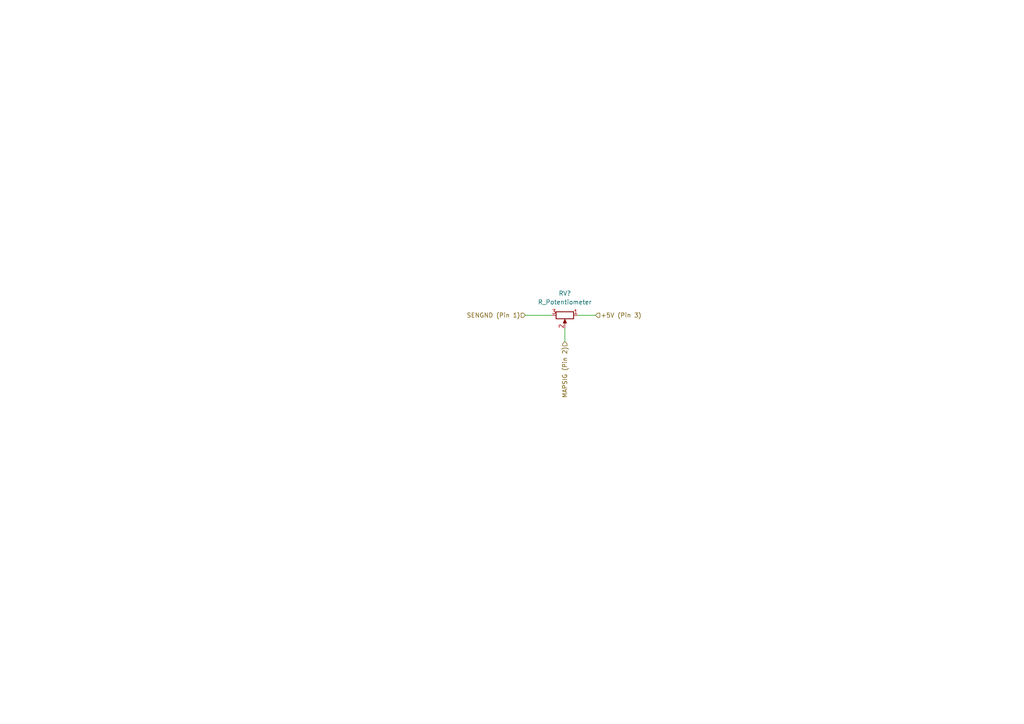
<source format=kicad_sch>
(kicad_sch (version 20230121) (generator eeschema)
  (paper "A4")
  (lib_symbols
    (symbol "Device:R_Potentiometer" (pin_names (offset 1.016) hide)
      (property "Reference" "RV" (at -4.445 0 90))
      (property "Value" "R_Potentiometer" (at -2.54 0 90))
      (symbol "R_Potentiometer_0_1"
        (polyline (pts (xy 2.54 0) (xy 1.524 0)))
        (polyline (pts (xy 1.143 0) (xy 2.286 0.508) (xy 2.286 -0.508) (xy 1.143 0)) (fill (type outline)))
        (rectangle (start 1.016 2.54) (end -1.016 -2.54) (stroke (width 0.254)))
      )
      (symbol "R_Potentiometer_1_1"
        (pin passive line (at 0 3.81 270) (length 1.27) (name "1") (number "1"))
        (pin passive line (at 3.81 0 180) (length 1.27) (name "2") (number "2"))
        (pin passive line (at 0 -3.81 90) (length 1.27) (name "3") (number "3"))
      )
    )
  )
  (wire (pts (xy 163.83 95.25) (xy 163.83 99.06)))
  (wire (pts (xy 152.4 91.44) (xy 160.02 91.44)))
  (wire (pts (xy 167.64 91.44) (xy 172.72 91.44)))
  (hierarchical_label "+5V (Pin 3)" (shape input) (at 172.72 91.44 0))
  (hierarchical_label "MAPSIG (Pin 2)" (shape input) (at 163.83 99.06 270))
  (hierarchical_label "SENGND (Pin 1)" (shape input) (at 152.4 91.44 180))
  (symbol (lib_id "Device:R_Potentiometer") (at 163.83 91.44 270) (unit 1)
    (property "Reference" "RV?" (at 163.83 85.09 90))
    (property "Value" "R_Potentiometer" (at 163.83 87.63 90))
  )
)
</source>
